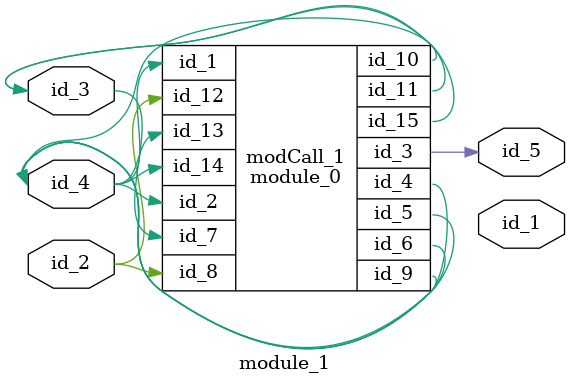
<source format=v>
module module_0 (
    id_1,
    id_2,
    id_3,
    id_4,
    id_5,
    id_6,
    id_7,
    id_8,
    id_9,
    id_10,
    id_11,
    id_12,
    id_13,
    id_14,
    id_15
);
  output wire id_15;
  input wire id_14;
  input wire id_13;
  input wire id_12;
  output wire id_11;
  inout wire id_10;
  output wire id_9;
  input wire id_8;
  input wire id_7;
  inout wire id_6;
  output wire id_5;
  output wire id_4;
  output wire id_3;
  input wire id_2;
  input wire id_1;
  wire id_16;
endmodule
module module_1 (
    id_1,
    id_2,
    id_3,
    id_4,
    id_5
);
  output wire id_5;
  inout wire id_4;
  inout wire id_3;
  input wire id_2;
  module_0 modCall_1 (
      id_4,
      id_4,
      id_5,
      id_4,
      id_4,
      id_4,
      id_3,
      id_2,
      id_4,
      id_3,
      id_3,
      id_2,
      id_4,
      id_4,
      id_4
  );
  output wire id_1;
  wire id_6;
  wire id_7;
endmodule

</source>
